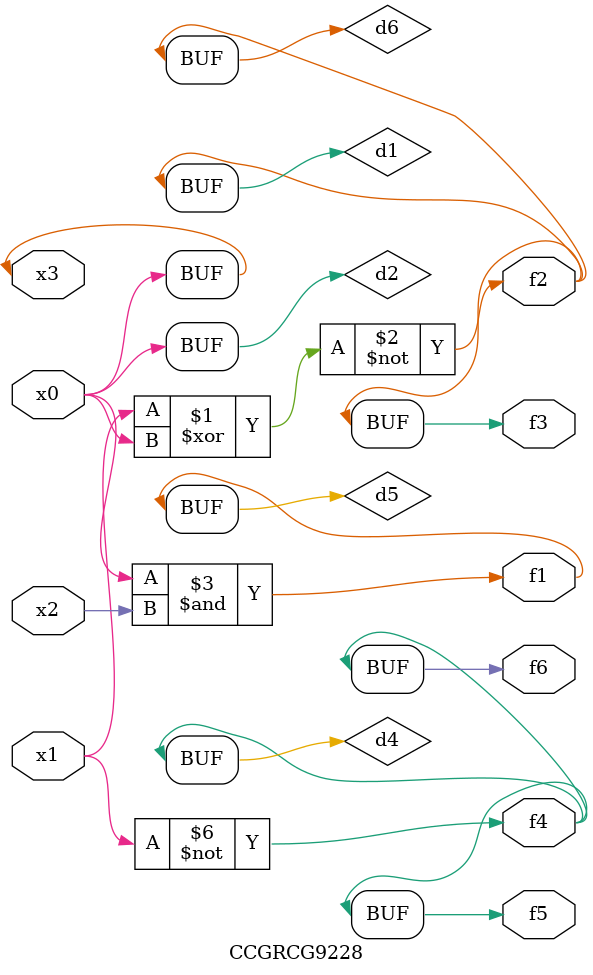
<source format=v>
module CCGRCG9228(
	input x0, x1, x2, x3,
	output f1, f2, f3, f4, f5, f6
);

	wire d1, d2, d3, d4, d5, d6;

	xnor (d1, x1, x3);
	buf (d2, x0, x3);
	nand (d3, x0, x2);
	not (d4, x1);
	nand (d5, d3);
	or (d6, d1);
	assign f1 = d5;
	assign f2 = d6;
	assign f3 = d6;
	assign f4 = d4;
	assign f5 = d4;
	assign f6 = d4;
endmodule

</source>
